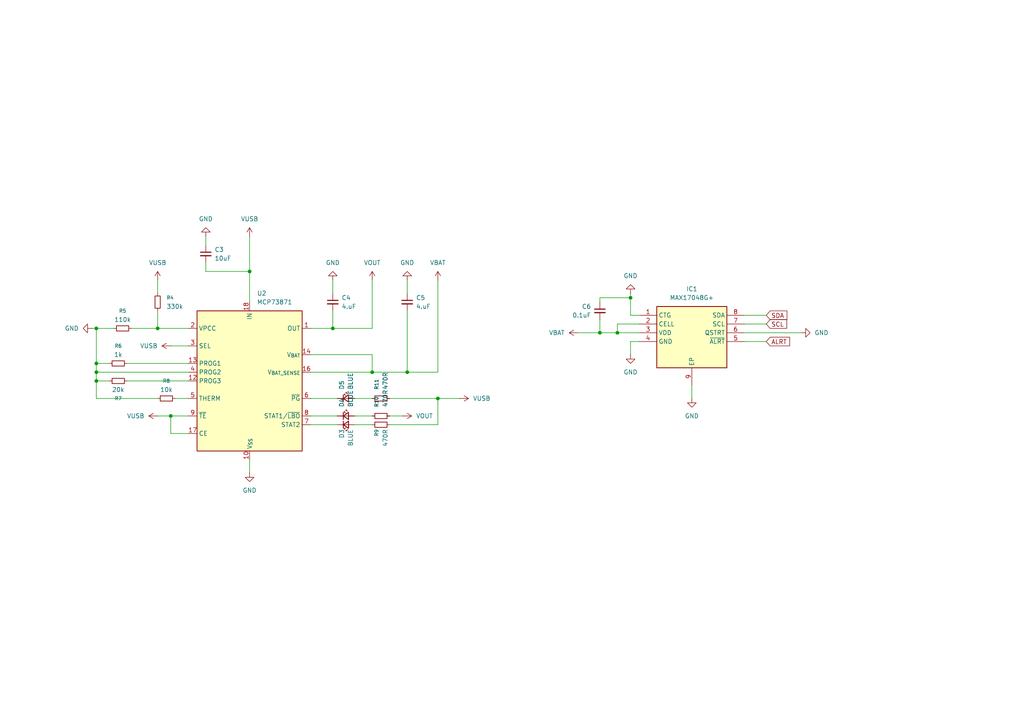
<source format=kicad_sch>
(kicad_sch (version 20250114) (generator "eeschema") (generator_version "9.0")
  (paper "A4")
  (lib_symbols
    (symbol "Battery_Management:MCP73871"
      (property "Reference" "U" (at -7.62 24.13 0))
      (property "Value" "MCP73871" (at -15.24 21.59 0))
      (symbol "MCP73871_0_1"
        (rectangle (start -15.24 20.32) (end 15.24 -20.32) (stroke (width 0.254)) (fill (type background)))
      )
      (symbol "MCP73871_1_1"
        (pin input line (at -17.78 15.24 0) (length 2.54) (name "VPCC") (number "2"))
        (pin input line (at -17.78 10.16 0) (length 2.54) (name "SEL") (number "3"))
        (pin bidirectional line (at -17.78 5.08 0) (length 2.54) (name "PROG1") (number "13"))
        (pin input line (at -17.78 2.54 0) (length 2.54) (name "PROG2") (number "4"))
        (pin bidirectional line (at -17.78 0 0) (length 2.54) (name "PROG3") (number "12"))
        (pin bidirectional line (at -17.78 -5.08 0) (length 2.54) (name "THERM") (number "5"))
        (pin input line (at -17.78 -10.16 0) (length 2.54) (name "~{TE}") (number "9"))
        (pin input line (at -17.78 -15.24 0) (length 2.54) (name "CE") (number "17"))
        (pin power_in line (at 0 22.86 270) (length 2.54) (name "IN") (number "18"))
        (pin passive line (at 0 22.86 270) (length 2.54) (hide yes) (name "IN") (number "19"))
        (pin power_in line (at 0 -22.86 90) (length 2.54) (name "V_{SS}") (number "10"))
        (pin passive line (at 0 -22.86 90) (length 2.54) (hide yes) (name "V_{SS}") (number "11"))
        (pin passive line (at 0 -22.86 90) (length 2.54) (hide yes) (name "V_{SS}") (number "21"))
        (pin power_out line (at 17.78 15.24 180) (length 2.54) (name "OUT") (number "1"))
        (pin passive line (at 17.78 15.24 180) (length 2.54) (hide yes) (name "OUT") (number "20"))
        (pin power_out line (at 17.78 7.62 180) (length 2.54) (name "V_{BAT}") (number "14"))
        (pin passive line (at 17.78 7.62 180) (length 2.54) (hide yes) (name "V_{BAT}") (number "15"))
        (pin input line (at 17.78 2.54 180) (length 2.54) (name "V_{BAT_SENSE}") (number "16"))
        (pin open_collector line (at 17.78 -5.08 180) (length 2.54) (name "~{PG}") (number "6"))
        (pin open_collector line (at 17.78 -10.16 180) (length 2.54) (name "STAT1/~{LBO}") (number "8"))
        (pin open_collector line (at 17.78 -12.7 180) (length 2.54) (name "STAT2") (number "7"))
      )
    )
    (symbol "Device:C_Small" (pin_numbers (hide yes)) (pin_names (offset 0.254) (hide yes))
      (property "Reference" "C" (at 0.254 1.778 0))
      (property "Value" "C_Small" (at 0.254 -2.032 0))
      (symbol "C_Small_0_1"
        (polyline (pts (xy -1.524 0.508) (xy 1.524 0.508)) (stroke (width 0.3048)))
        (polyline (pts (xy -1.524 -0.508) (xy 1.524 -0.508)) (stroke (width 0.3302)))
      )
      (symbol "C_Small_1_1"
        (pin passive line (at 0 2.54 270) (length 2.032) (name "~") (number "1"))
        (pin passive line (at 0 -2.54 90) (length 2.032) (name "~") (number "2"))
      )
    )
    (symbol "Device:LED_Small" (pin_numbers (hide yes)) (pin_names (offset 0.254) (hide yes))
      (property "Reference" "D" (at -1.27 3.175 0))
      (property "Value" "LED_Small" (at -4.445 -2.54 0))
      (symbol "LED_Small_0_1"
        (polyline (pts (xy -0.762 -1.016) (xy -0.762 1.016)) (stroke (width 0.254)))
        (polyline (pts (xy 0 0.762) (xy -0.508 1.27) (xy -0.254 1.27) (xy -0.508 1.27) (xy -0.508 1.016)))
        (polyline (pts (xy 0.508 1.27) (xy 0 1.778) (xy 0.254 1.778) (xy 0 1.778) (xy 0 1.524)))
        (polyline (pts (xy 0.762 -1.016) (xy -0.762 0) (xy 0.762 1.016) (xy 0.762 -1.016)) (stroke (width 0.254)))
        (polyline (pts (xy 1.016 0) (xy -0.762 0)))
      )
      (symbol "LED_Small_1_1"
        (pin passive line (at -2.54 0 0) (length 1.778) (name "K") (number "1"))
        (pin passive line (at 2.54 0 180) (length 1.778) (name "A") (number "2"))
      )
    )
    (symbol "Device:R_Small" (pin_numbers (hide yes)) (pin_names (offset 0.254) (hide yes))
      (property "Reference" "R" (at 0 0 90))
      (property "Value" "R_Small" (at 1.778 0 90))
      (symbol "R_Small_0_1"
        (rectangle (start -0.762 1.778) (end 0.762 -1.778) (stroke (width 0.2032)))
      )
      (symbol "R_Small_1_1"
        (pin passive line (at 0 2.54 270) (length 0.762) (name "~") (number "1"))
        (pin passive line (at 0 -2.54 90) (length 0.762) (name "~") (number "2"))
      )
    )
    (symbol "SamacSys_Parts:MAX17048G+"
      (property "Reference" "IC" (at 26.67 7.62 0))
      (property "Value" "MAX17048G+" (at 26.67 5.08 0))
      (symbol "MAX17048G+_1_1"
        (rectangle (start 5.08 2.54) (end 25.4 -15.24) (stroke (width 0.254)) (fill (type background)))
        (pin passive line (at 0 0 0) (length 5.08) (name "CTG") (number "1"))
        (pin passive line (at 0 -2.54 0) (length 5.08) (name "CELL") (number "2"))
        (pin passive line (at 0 -5.08 0) (length 5.08) (name "VDD") (number "3"))
        (pin passive line (at 0 -7.62 0) (length 5.08) (name "GND") (number "4"))
        (pin passive line (at 15.24 -20.32 90) (length 5.08) (name "EP") (number "9"))
        (pin passive line (at 30.48 0 180) (length 5.08) (name "SDA") (number "8"))
        (pin passive line (at 30.48 -2.54 180) (length 5.08) (name "SCL") (number "7"))
        (pin passive line (at 30.48 -5.08 180) (length 5.08) (name "QSTRT") (number "6"))
        (pin passive line (at 30.48 -7.62 180) (length 5.08) (name "~{ALRT}") (number "5"))
      )
    )
    (symbol "power:GND" (power) (pin_numbers (hide yes)) (pin_names (offset 0) (hide yes))
      (property "Value" "GND" (at 0 -3.81 0))
      (symbol "GND_0_1"
        (polyline (pts (xy 0 0) (xy 0 -1.27) (xy 1.27 -1.27) (xy 0 -2.54) (xy -1.27 -1.27) (xy 0 -1.27)))
      )
      (symbol "GND_1_1"
        (pin power_in line (at 0 0 270) (length 0) (name "~") (number "1"))
      )
    )
    (symbol "power:VBUS" (power) (pin_numbers (hide yes)) (pin_names (offset 0) (hide yes))
      (property "Value" "VBUS" (at 0 3.556 0))
      (symbol "VBUS_0_1"
        (polyline (pts (xy -0.762 1.27) (xy 0 2.54)))
        (polyline (pts (xy 0 2.54) (xy 0.762 1.27)))
        (polyline (pts (xy 0 0) (xy 0 2.54)))
      )
      (symbol "VBUS_1_1"
        (pin power_in line (at 0 0 90) (length 0) (name "~") (number "1"))
      )
    )
  )
  (junction (at 49.53 120.65))
  (junction (at 27.94 95.25))
  (junction (at 179.07 96.52))
  (junction (at 27.94 110.49))
  (junction (at 27.94 107.95))
  (junction (at 45.72 95.25))
  (junction (at 107.95 107.95))
  (junction (at 182.88 86.36))
  (junction (at 27.94 105.41))
  (junction (at 173.99 96.52))
  (junction (at 72.39 78.74))
  (junction (at 127 115.57))
  (junction (at 96.52 95.25))
  (junction (at 118.11 107.95))
  (wire (pts (xy 72.39 133.35) (xy 72.39 137.16)))
  (wire (pts (xy 38.1 95.25) (xy 45.72 95.25)))
  (wire (pts (xy 102.87 115.57) (xy 107.95 115.57)))
  (wire (pts (xy 54.61 125.73) (xy 49.53 125.73)))
  (wire (pts (xy 182.88 91.44) (xy 182.88 86.36)))
  (wire (pts (xy 215.9 93.98) (xy 222.25 93.98)))
  (wire (pts (xy 107.95 81.28) (xy 107.95 95.25)))
  (wire (pts (xy 102.87 123.19) (xy 107.95 123.19)))
  (wire (pts (xy 102.87 120.65) (xy 107.95 120.65)))
  (wire (pts (xy 72.39 78.74) (xy 72.39 87.63)))
  (wire (pts (xy 200.66 115.57) (xy 200.66 111.76)))
  (wire (pts (xy 182.88 99.06) (xy 182.88 102.87)))
  (wire (pts (xy 59.69 68.58) (xy 59.69 71.12)))
  (wire (pts (xy 27.94 95.25) (xy 33.02 95.25)))
  (wire (pts (xy 59.69 76.2) (xy 59.69 78.74)))
  (wire (pts (xy 173.99 86.36) (xy 182.88 86.36)))
  (wire (pts (xy 185.42 93.98) (xy 179.07 93.98)))
  (wire (pts (xy 54.61 107.95) (xy 27.94 107.95)))
  (wire (pts (xy 179.07 93.98) (xy 179.07 96.52)))
  (wire (pts (xy 45.72 90.17) (xy 45.72 95.25)))
  (wire (pts (xy 182.88 86.36) (xy 182.88 85.09)))
  (wire (pts (xy 45.72 115.57) (xy 27.94 115.57)))
  (wire (pts (xy 96.52 95.25) (xy 90.17 95.25)))
  (wire (pts (xy 179.07 96.52) (xy 185.42 96.52)))
  (wire (pts (xy 72.39 68.58) (xy 72.39 78.74)))
  (wire (pts (xy 167.64 96.52) (xy 173.99 96.52)))
  (wire (pts (xy 27.94 107.95) (xy 27.94 105.41)))
  (wire (pts (xy 127 81.28) (xy 127 107.95)))
  (wire (pts (xy 173.99 96.52) (xy 179.07 96.52)))
  (wire (pts (xy 45.72 120.65) (xy 49.53 120.65)))
  (wire (pts (xy 59.69 78.74) (xy 72.39 78.74)))
  (wire (pts (xy 90.17 123.19) (xy 97.79 123.19)))
  (wire (pts (xy 49.53 100.33) (xy 54.61 100.33)))
  (wire (pts (xy 27.94 105.41) (xy 27.94 95.25)))
  (wire (pts (xy 215.9 99.06) (xy 222.25 99.06)))
  (wire (pts (xy 31.75 110.49) (xy 27.94 110.49)))
  (wire (pts (xy 173.99 87.63) (xy 173.99 86.36)))
  (wire (pts (xy 113.03 115.57) (xy 127 115.57)))
  (wire (pts (xy 173.99 92.71) (xy 173.99 96.52)))
  (wire (pts (xy 185.42 99.06) (xy 182.88 99.06)))
  (wire (pts (xy 50.8 115.57) (xy 54.61 115.57)))
  (wire (pts (xy 27.94 110.49) (xy 27.94 107.95)))
  (wire (pts (xy 90.17 115.57) (xy 97.79 115.57)))
  (wire (pts (xy 107.95 95.25) (xy 96.52 95.25)))
  (wire (pts (xy 118.11 90.17) (xy 118.11 107.95)))
  (wire (pts (xy 118.11 107.95) (xy 107.95 107.95)))
  (wire (pts (xy 127 107.95) (xy 118.11 107.95)))
  (wire (pts (xy 107.95 107.95) (xy 90.17 107.95)))
  (wire (pts (xy 49.53 120.65) (xy 54.61 120.65)))
  (wire (pts (xy 215.9 91.44) (xy 222.25 91.44)))
  (wire (pts (xy 107.95 102.87) (xy 107.95 107.95)))
  (wire (pts (xy 27.94 115.57) (xy 27.94 110.49)))
  (wire (pts (xy 36.83 110.49) (xy 54.61 110.49)))
  (wire (pts (xy 31.75 105.41) (xy 27.94 105.41)))
  (wire (pts (xy 49.53 125.73) (xy 49.53 120.65)))
  (wire (pts (xy 113.03 123.19) (xy 127 123.19)))
  (wire (pts (xy 127 123.19) (xy 127 115.57)))
  (wire (pts (xy 118.11 81.28) (xy 118.11 85.09)))
  (wire (pts (xy 36.83 105.41) (xy 54.61 105.41)))
  (wire (pts (xy 215.9 96.52) (xy 232.41 96.52)))
  (wire (pts (xy 96.52 90.17) (xy 96.52 95.25)))
  (wire (pts (xy 90.17 120.65) (xy 97.79 120.65)))
  (wire (pts (xy 96.52 81.28) (xy 96.52 85.09)))
  (wire (pts (xy 45.72 95.25) (xy 54.61 95.25)))
  (wire (pts (xy 127 115.57) (xy 133.35 115.57)))
  (wire (pts (xy 90.17 102.87) (xy 107.95 102.87)))
  (wire (pts (xy 45.72 81.28) (xy 45.72 85.09)))
  (wire (pts (xy 26.67 95.25) (xy 27.94 95.25)))
  (wire (pts (xy 185.42 91.44) (xy 182.88 91.44)))
  (wire (pts (xy 113.03 120.65) (xy 116.84 120.65)))
  (global_label "SCL" (shape input) (at 222.25 93.98 0) (property "Intersheetrefs" "${INTERSHEET_REFS}" (effects (hide yes))))
  (global_label "ALRT" (shape input) (at 222.25 99.06 0) (property "Intersheetrefs" "${INTERSHEET_REFS}" (effects (hide yes))))
  (global_label "SDA" (shape input) (at 222.25 91.44 0) (property "Intersheetrefs" "${INTERSHEET_REFS}" (effects (hide yes))))
  (symbol (lib_id "power:GND") (at 200.66 115.57 0) (unit 1)
    (property "Reference" "#PWR021" (effects (hide yes)))
    (property "Value" "GND" (at 200.66 120.65 0))
    (property "Description" "Power symbol creates a global label with name \"GND\" , ground" (effects (hide yes)))
  )
  (symbol (lib_id "Device:LED_Small") (at 100.33 120.65 0) (unit 1)
    (property "Reference" "D4" (at 99.1234 118.11 90) (effects (justify left)))
    (property "Value" "BLUE" (at 101.6634 118.11 90) (effects (justify left)))
    (property "Description" "Light emitting diode, small symbol" (effects (hide yes)))
    (property "Sim.Pin" "1=K 2=A" (effects (hide yes)))
  )
  (symbol (lib_id "Device:C_Small") (at 118.11 87.63 0) (unit 1)
    (property "Reference" "C5" (at 120.65 86.3662 0) (effects (justify left)))
    (property "Value" "4.uF" (at 120.65 88.9062 0) (effects (justify left)))
    (property "Description" "Unpolarized capacitor, small symbol" (effects (hide yes)))
  )
  (symbol (lib_id "Device:LED_Small") (at 100.33 123.19 0) (mirror x) (unit 1)
    (property "Reference" "D3" (at 99.1234 124.46 90) (effects (justify left)))
    (property "Value" "BLUE" (at 101.6634 124.46 90) (effects (justify left)))
    (property "Description" "Light emitting diode, small symbol" (effects (hide yes)))
    (property "Sim.Pin" "1=K 2=A" (effects (hide yes)))
  )
  (symbol (lib_id "power:VBUS") (at 167.64 96.52 90) (unit 1)
    (property "Reference" "#PWR022" (effects (hide yes)))
    (property "Value" "VBAT" (at 163.83 96.5199 90) (effects (justify left)))
    (property "Description" "Power symbol creates a global label with name \"VBUS\"" (effects (hide yes)))
  )
  (symbol (lib_id "Device:R_Small") (at 35.56 95.25 90) (unit 1)
    (property "Reference" "R5" (at 35.56 90.17 90) (effects (font (size 1.016 1.016))))
    (property "Value" "110k" (at 35.56 92.71 90))
    (property "Description" "Resistor, small symbol" (effects (hide yes)))
  )
  (symbol (lib_id "power:GND") (at 232.41 96.52 90) (unit 1)
    (property "Reference" "#PWR025" (effects (hide yes)))
    (property "Value" "GND" (at 236.22 96.5199 90) (effects (justify right)))
    (property "Description" "Power symbol creates a global label with name \"GND\" , ground" (effects (hide yes)))
  )
  (symbol (lib_id "power:VBUS") (at 127 81.28 0) (unit 1)
    (property "Reference" "#PWR016" (effects (hide yes)))
    (property "Value" "VBAT" (at 127 76.2 0))
    (property "Description" "Power symbol creates a global label with name \"VBUS\"" (effects (hide yes)))
  )
  (symbol (lib_id "power:GND") (at 182.88 102.87 0) (unit 1)
    (property "Reference" "#PWR024" (effects (hide yes)))
    (property "Value" "GND" (at 182.88 107.95 0))
    (property "Description" "Power symbol creates a global label with name \"GND\" , ground" (effects (hide yes)))
  )
  (symbol (lib_id "Device:R_Small") (at 48.26 115.57 90) (unit 1)
    (property "Reference" "R8" (at 48.26 110.49 90) (effects (font (size 1.016 1.016))))
    (property "Value" "10k" (at 48.26 113.03 90))
    (property "Description" "Resistor, small symbol" (effects (hide yes)))
  )
  (symbol (lib_id "Device:R_Small") (at 34.29 110.49 90) (mirror x) (unit 1)
    (property "Reference" "R7" (at 34.29 115.57 90) (effects (font (size 1.016 1.016))))
    (property "Value" "20k" (at 34.29 113.03 90))
    (property "Description" "Resistor, small symbol" (effects (hide yes)))
  )
  (symbol (lib_id "power:VBUS") (at 49.53 100.33 90) (unit 1)
    (property "Reference" "#PWR012" (effects (hide yes)))
    (property "Value" "VUSB" (at 45.72 100.3299 90) (effects (justify left)))
    (property "Description" "Power symbol creates a global label with name \"VBUS\"" (effects (hide yes)))
  )
  (symbol (lib_id "Device:R_Small") (at 110.49 115.57 90) (unit 1)
    (property "Reference" "R11" (at 109.2199 113.03 0) (effects (font (size 1.016 1.016)) (justify left)))
    (property "Value" "470R" (at 111.7599 113.03 0) (effects (justify left)))
    (property "Description" "Resistor, small symbol" (effects (hide yes)))
  )
  (symbol (lib_id "Device:C_Small") (at 96.52 87.63 0) (unit 1)
    (property "Reference" "C4" (at 99.06 86.3662 0) (effects (justify left)))
    (property "Value" "4.uF" (at 99.06 88.9062 0) (effects (justify left)))
    (property "Description" "Unpolarized capacitor, small symbol" (effects (hide yes)))
  )
  (symbol (lib_id "power:GND") (at 96.52 81.28 180) (unit 1)
    (property "Reference" "#PWR015" (effects (hide yes)))
    (property "Value" "GND" (at 96.52 76.2 0))
    (property "Description" "Power symbol creates a global label with name \"GND\" , ground" (effects (hide yes)))
  )
  (symbol (lib_id "power:GND") (at 72.39 137.16 0) (unit 1)
    (property "Reference" "#PWR018" (effects (hide yes)))
    (property "Value" "GND" (at 72.39 142.24 0))
    (property "Description" "Power symbol creates a global label with name \"GND\" , ground" (effects (hide yes)))
  )
  (symbol (lib_id "power:GND") (at 182.88 85.09 180) (unit 1)
    (property "Reference" "#PWR023" (effects (hide yes)))
    (property "Value" "GND" (at 182.88 80.01 0))
    (property "Description" "Power symbol creates a global label with name \"GND\" , ground" (effects (hide yes)))
  )
  (symbol (lib_id "Device:R_Small") (at 34.29 105.41 90) (unit 1)
    (property "Reference" "R6" (at 34.29 100.33 90) (effects (font (size 1.016 1.016))))
    (property "Value" "1k" (at 34.29 102.87 90))
    (property "Description" "Resistor, small symbol" (effects (hide yes)))
  )
  (symbol (lib_id "Device:C_Small") (at 173.99 90.17 0) (mirror y) (unit 1)
    (property "Reference" "C6" (at 171.45 88.9062 0) (effects (justify left)))
    (property "Value" "0.1uF" (at 171.45 91.4462 0) (effects (justify left)))
    (property "Description" "Unpolarized capacitor, small symbol" (effects (hide yes)))
  )
  (symbol (lib_id "Device:LED_Small") (at 100.33 115.57 0) (unit 1)
    (property "Reference" "D5" (at 99.1234 113.03 90) (effects (justify left)))
    (property "Value" "BLUE" (at 101.6634 113.03 90) (effects (justify left)))
    (property "Description" "Light emitting diode, small symbol" (effects (hide yes)))
    (property "Sim.Pin" "1=K 2=A" (effects (hide yes)))
  )
  (symbol (lib_id "power:VBUS") (at 107.95 81.28 0) (unit 1)
    (property "Reference" "#PWR014" (effects (hide yes)))
    (property "Value" "VOUT" (at 107.95 76.2 0))
    (property "Description" "Power symbol creates a global label with name \"VBUS\"" (effects (hide yes)))
  )
  (symbol (lib_id "power:GND") (at 59.69 68.58 180) (unit 1)
    (property "Reference" "#PWR09" (effects (hide yes)))
    (property "Value" "GND" (at 59.69 63.5 0))
    (property "Description" "Power symbol creates a global label with name \"GND\" , ground" (effects (hide yes)))
  )
  (symbol (lib_id "Device:R_Small") (at 110.49 120.65 90) (unit 1)
    (property "Reference" "R10" (at 109.2199 118.11 0) (effects (font (size 1.016 1.016)) (justify left)))
    (property "Value" "470R" (at 111.7599 118.11 0) (effects (justify left)))
    (property "Description" "Resistor, small symbol" (effects (hide yes)))
  )
  (symbol (lib_id "Device:R_Small") (at 45.72 87.63 0) (unit 1)
    (property "Reference" "R4" (at 48.26 86.3599 0) (effects (font (size 1.016 1.016)) (justify left)))
    (property "Value" "330k" (at 48.26 88.8999 0) (effects (justify left)))
    (property "Description" "Resistor, small symbol" (effects (hide yes)))
  )
  (symbol (lib_id "power:GND") (at 26.67 95.25 270) (unit 1)
    (property "Reference" "#PWR011" (effects (hide yes)))
    (property "Value" "GND" (at 22.86 95.2499 90) (effects (justify right)))
    (property "Description" "Power symbol creates a global label with name \"GND\" , ground" (effects (hide yes)))
  )
  (symbol (lib_id "Device:R_Small") (at 110.49 123.19 90) (mirror x) (unit 1)
    (property "Reference" "R9" (at 109.2199 124.46 0) (effects (font (size 1.016 1.016)) (justify left)))
    (property "Value" "470R" (at 111.7599 124.46 0) (effects (justify left)))
    (property "Description" "Resistor, small symbol" (effects (hide yes)))
  )
  (symbol (lib_id "power:VBUS") (at 116.84 120.65 270) (unit 1)
    (property "Reference" "#PWR020" (effects (hide yes)))
    (property "Value" "VOUT" (at 120.65 120.6499 90) (effects (justify left)))
    (property "Description" "Power symbol creates a global label with name \"VBUS\"" (effects (hide yes)))
  )
  (symbol (lib_id "Device:C_Small") (at 59.69 73.66 0) (unit 1)
    (property "Reference" "C3" (at 62.23 72.3962 0) (effects (justify left)))
    (property "Value" "10uF" (at 62.23 74.9362 0) (effects (justify left)))
    (property "Description" "Unpolarized capacitor, small symbol" (effects (hide yes)))
  )
  (symbol (lib_id "power:VBUS") (at 133.35 115.57 270) (unit 1)
    (property "Reference" "#PWR019" (effects (hide yes)))
    (property "Value" "VUSB" (at 137.16 115.5699 90) (effects (justify left)))
    (property "Description" "Power symbol creates a global label with name \"VBUS\"" (effects (hide yes)))
  )
  (symbol (lib_id "SamacSys_Parts:MAX17048G+") (at 185.42 91.44 0) (unit 1)
    (property "Reference" "IC1" (at 200.66 83.82 0))
    (property "Value" "MAX17048G+" (at 200.66 86.36 0))
    (property "Footprint" "SON50P200X200X80-9N-D" (effects (hide yes)))
    (property "Datasheet" "https://www.analog.com/MAX17048/datasheet" (effects (hide yes)))
    (property "Description" "3A 1-Cell/2-Cell Fuel Gauge with ModelGauge" (effects (hide yes)))
    (property "Height" "0.8" (effects (hide yes)))
    (property "Manufacturer_Name" "Analog Devices" (effects (hide yes)))
    (property "Manufacturer_Part_Number" "MAX17048G+" (effects (hide yes)))
    (property "Mouser Part Number" "700-MAX17048G+" (effects (hide yes)))
    (property "Mouser Price/Stock" "https://www.mouser.co.uk/ProductDetail/Analog-Devices-Maxim-Integrated/MAX17048G%2b?qs=D7PJwyCwLArjnts0jPerYw%3D%3D" (effects (hide yes)))
  )
  (symbol (lib_id "power:VBUS") (at 72.39 68.58 0) (unit 1)
    (property "Reference" "#PWR08" (effects (hide yes)))
    (property "Value" "VUSB" (at 72.39 63.5 0))
    (property "Description" "Power symbol creates a global label with name \"VBUS\"" (effects (hide yes)))
  )
  (symbol (lib_id "Battery_Management:MCP73871") (at 72.39 110.49 0) (unit 1)
    (property "Reference" "U2" (at 74.5333 85.09 0) (effects (justify left)))
    (property "Value" "MCP73871" (at 74.5333 87.63 0) (effects (justify left)))
    (property "Footprint" "Package_DFN_QFN:QFN-20-1EP_4x4mm_P0.5mm_EP2.5x2.5mm" (effects (hide yes)))
    (property "Datasheet" "http://www.mouser.com/ds/2/268/22090a-52174.pdf" (effects (hide yes)))
    (property "Description" "Single cell, Li-Ion/Li-Po charge management controller" (effects (hide yes)))
  )
  (symbol (lib_id "power:VBUS") (at 45.72 120.65 90) (unit 1)
    (property "Reference" "#PWR013" (effects (hide yes)))
    (property "Value" "VUSB" (at 41.91 120.6499 90) (effects (justify left)))
    (property "Description" "Power symbol creates a global label with name \"VBUS\"" (effects (hide yes)))
  )
  (symbol (lib_id "power:VBUS") (at 45.72 81.28 0) (unit 1)
    (property "Reference" "#PWR010" (effects (hide yes)))
    (property "Value" "VUSB" (at 45.72 76.2 0))
    (property "Description" "Power symbol creates a global label with name \"VBUS\"" (effects (hide yes)))
  )
  (symbol (lib_id "power:GND") (at 118.11 81.28 180) (unit 1)
    (property "Reference" "#PWR017" (effects (hide yes)))
    (property "Value" "GND" (at 118.11 76.2 0))
    (property "Description" "Power symbol creates a global label with name \"GND\" , ground" (effects (hide yes)))
  )
)
</source>
